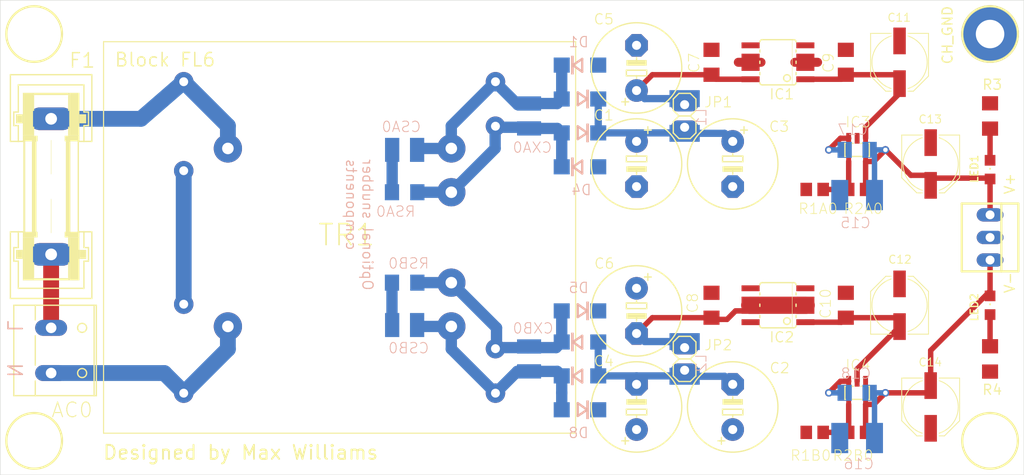
<source format=kicad_pcb>
(kicad_pcb (version 20221018) (generator pcbnew)
  (layers (0 "F.Cu" signal) (31 "B.Cu" signal) (34 "B.Paste" user) (35 "F.Paste" user) (36 "B.SilkS" user "B.Silkscreen") (37 "F.SilkS" user "F.Silkscreen") (38 "B.Mask" user) (39 "F.Mask" user) (44 "Edge.Cuts" user))
  (net 0 "")
  (net 1 "N$2")
  (net 2 "N$3")
  (net 3 "N$4")
  (net 4 "N$11")
  (net 5 "C14")
  (net 6 "N$10")
  (net 7 "N$12")
  (net 8 "N$28")
  (net 9 "N$13")
  (net 10 "N$14")
  (net 11 "N$15")
  (net 12 "N$20")
  (net 13 "N$21")
  (net 14 "N$1")
  (net 15 "N$9")
  (net 16 "N$16")
  (net 17 "N$7")
  (net 18 "N$17")
  (net 19 "AGND")
  (net 20 "N$18")
  (net 21 "N$19")
  (net 22 "N$6")
  (net 23 "N$8")
  (net 24 "N$5")
  (net 25 "N$22")
  (footprint "R0805" (layer "F.Cu") (at 187.24235 126.9061 180)
    (fp_text reference "R2B0" (at -1.905 -1.905) (layer "F.SilkS") (effects (font (size 1.176528 1.176528) (thickness 0.093472)) (justify right top)))
    (fp_text value "")
    (pad "1" smd rect (at -0.95 0 180) (size 1.3 1.5) (layers "F.Cu" "F.Paste" "F.Mask") (net 5 "C14"))
    (pad "2" smd rect (at 0.95 0 180) (size 1.3 1.5) (layers "F.Cu" "F.Paste" "F.Mask") (net 4 "N$11"))
  )
  (footprint "SOT23-5" (layer "F.Cu") (at 187.24235 122.4611 180)
    (fp_text reference "IC4" (at -1.5875 3.81) (layer "F.SilkS") (effects (font (size 1.176528 1.176528) (thickness 0.093472)) (justify right top)))
    (fp_text value "LT1964ES5-BYP" hide)
    (pad "1" smd rect (at -0.95 1.3 180) (size 0.55 1.2) (layers "F.Cu" "F.Paste" "F.Mask") (net 19 "AGND"))
    (pad "2" smd rect (at 0 1.3 180) (size 0.55 1.2) (layers "F.Cu" "F.Paste" "F.Mask") (net 16 "N$16"))
    (pad "3" smd rect (at 0.95 1.3 180) (size 0.55 1.2) (layers "F.Cu" "F.Paste" "F.Mask") (net 18 "N$17"))
    (pad "4" smd rect (at 0.95 -1.3 180) (size 0.55 1.2) (layers "F.Cu" "F.Paste" "F.Mask") (net 4 "N$11"))
    (pad "5" smd rect (at -0.95 -1.3 180) (size 0.55 1.2) (layers "F.Cu" "F.Paste" "F.Mask") (net 5 "C14"))
  )
  (footprint "C1206" (layer "F.Cu") (at 170.8911 112.6186 -90)
    (fp_text reference "C8" (at 0.9525 1.42875 90) (layer "F.SilkS") (effects (font (size 1.176528 1.176528) (thickness 0.093472)) (justify left bottom)))
    (fp_text value "")
    (pad "1" smd rect (at -1.4 0 270) (size 1.6 1.8) (layers "F.Cu" "F.Paste" "F.Mask") (net 19 "AGND"))
    (pad "2" smd rect (at 1.4 0 270) (size 1.6 1.8) (layers "F.Cu" "F.Paste" "F.Mask") (net 12 "N$20"))
  )
  (footprint "PANASONIC_D" (layer "F.Cu") (at 192.00485 85.3136 -90)
    (fp_text reference "C11" (at -4.4925 1.4325) (layer "F.SilkS") (effects (font (size 0.903834 0.903834) (thickness 0.112166)) (justify left bottom)))
    (fp_text value "")
    (pad "+" smd rect (at 2.4 0 270) (size 3 1.4) (layers "F.Cu" "F.Paste" "F.Mask") (net 15 "N$9"))
    (pad "-" smd rect (at -2.4 0 270) (size 3 1.4) (layers "F.Cu" "F.Paste" "F.Mask") (net 19 "AGND"))
  )
  (footprint "SOT23-5" (layer "F.Cu") (at 187.24235 95.1561 180)
    (fp_text reference "IC3" (at -1.5875 3.81) (layer "F.SilkS") (effects (font (size 1.176528 1.176528) (thickness 0.093472)) (justify right top)))
    (fp_text value "LT1761ES5-BYP" hide)
    (pad "1" smd rect (at -0.95 1.3 180) (size 0.55 1.2) (layers "F.Cu" "F.Paste" "F.Mask") (net 15 "N$9"))
    (pad "2" smd rect (at 0 1.3 180) (size 0.55 1.2) (layers "F.Cu" "F.Paste" "F.Mask") (net 19 "AGND"))
    (pad "3" smd rect (at 0.95 1.3 180) (size 0.55 1.2) (layers "F.Cu" "F.Paste" "F.Mask") (net 17 "N$7"))
    (pad "4" smd rect (at 0.95 -1.3 180) (size 0.55 1.2) (layers "F.Cu" "F.Paste" "F.Mask") (net 7 "N$12"))
    (pad "5" smd rect (at -0.95 -1.3 180) (size 0.55 1.2) (layers "F.Cu" "F.Paste" "F.Mask") (net 6 "N$10"))
  )
  (footprint "GSH15" (layer "F.Cu") (at 96.75485 99.2836 90)
    (fp_text reference "F1" (at 15.1257 5.0546) (layer "F.SilkS") (effects (font (size 1.61798 1.61798) (thickness 0.16002)) (justify right top)))
    (fp_text value "")
    (pad "" np_thru_hole circle (at 0 0 90) (size 2.794 2.794) (drill 2.794) (layers "*.Cu" "*.Mask"))
    (pad "1" thru_hole oval (at -7.62 0 180) (size 5.08 2.54) (drill 1.3208) (layers "*.Cu" "*.Mask") (net 3 "N$4"))
    (pad "2" thru_hole oval (at 7.62 0 180) (size 5.08 2.54) (drill 1.3208) (layers "*.Cu" "*.Mask") (net 1 "N$2"))
  )
  (footprint "CHIPLED_0805" (layer "F.Cu") (at 202.16485 112.6186)
    (fp_text reference "LED2" (at -1.27 1.905 90) (layer "F.SilkS") (effects (font (size 0.852424 0.852424) (thickness 0.163576)) (justify left bottom)))
    (fp_text value "")
    (pad "A" smd rect (at 0 1.05) (size 1.2 1.2) (layers "F.Cu" "F.Paste" "F.Mask") (net 22 "N$6"))
    (pad "C" smd rect (at 0 -1.05) (size 1.2 1.2) (layers "F.Cu" "F.Paste" "F.Mask") (net 5 "C14"))
  )
  (footprint "R0805" (layer "F.Cu") (at 182.47985 99.6011)
    (fp_text reference "R1A0" (at -1.905 2.8575) (layer "F.SilkS") (effects (font (size 1.176528 1.176528) (thickness 0.093472)) (justify left bottom)))
    (fp_text value "")
    (pad "1" smd rect (at -0.95 0) (size 1.3 1.5) (layers "F.Cu" "F.Paste" "F.Mask") (net 19 "AGND"))
    (pad "2" smd rect (at 0.95 0) (size 1.3 1.5) (layers "F.Cu" "F.Paste" "F.Mask") (net 7 "N$12"))
  )
  (footprint "PANASONIC_D" (layer "F.Cu") (at 192.00485 112.6186 90)
    (fp_text reference "C12" (at 5.6675 1.4325) (layer "F.SilkS") (effects (font (size 0.903834 0.903834) (thickness 0.112166)) (justify right top)))
    (fp_text value "")
    (pad "+" smd rect (at 2.4 0 90) (size 3 1.4) (layers "F.Cu" "F.Paste" "F.Mask") (net 19 "AGND"))
    (pad "-" smd rect (at -2.4 0 90) (size 3 1.4) (layers "F.Cu" "F.Paste" "F.Mask") (net 16 "N$16"))
  )
  (footprint "E5-10,5" (layer "F.Cu") (at 162.47735 124.0486 90)
    (fp_text reference "C4" (at 5.8293 -2.4765) (layer "F.SilkS") (effects (font (size 1.1557 1.1557) (thickness 0.1143)) (justify right top)))
    (fp_text value "")
    (pad "+" thru_hole circle (at -2.54 0 90) (size 2.54 2.54) (drill 1.016) (layers "*.Cu" "*.Mask") (net 19 "AGND"))
    (pad "-" thru_hole roundrect (at 2.54 0 90) (size 2.54 2.54) (drill 1.016) (layers "*.Cu" "*.Mask") (chamfer_ratio 0.2928932188) (chamfer top_left top_right bottom_left bottom_right) (net 21 "N$19"))
  )
  (footprint "FL6-NO-HOLES" (layer "F.Cu") (at 129.13985 104.9986)
    (fp_text reference "TR1" (at -2.5375 1.0975) (layer "F.SilkS") (effects (font (size 2.353056 2.353056) (thickness 0.186944)) (justify left bottom)))
    (fp_text value "FL6-NO-HOLES" hide)
    (fp_text user "Block FL6" (at -25.35 -19.09) (layer "F.SilkS") (effects (font (size 1.50876 1.50876) (thickness 0.16764)) (justify left bottom)))
    (pad "P$1" thru_hole circle (at -17.5 -17.5) (size 2.1844 2.1844) (drill 1) (layers "*.Cu" "*.Mask") (net 1 "N$2"))
    (pad "P$2" thru_hole circle (at -17.5 -7.5) (size 2.1844 2.1844) (drill 1) (layers "*.Cu" "*.Mask") (net 14 "N$1"))
    (pad "P$3" thru_hole circle (at -17.5 7.5) (size 2.1844 2.1844) (drill 1) (layers "*.Cu" "*.Mask") (net 14 "N$1"))
    (pad "P$4" thru_hole circle (at -17.5 17.5) (size 2.1844 2.1844) (drill 1) (layers "*.Cu" "*.Mask") (net 2 "N$3"))
    (pad "P$5" thru_hole circle (at 17.5 -17.5) (size 2.1844 2.1844) (drill 1) (layers "*.Cu" "*.Mask") (net 10 "N$14"))
    (pad "P$6" thru_hole circle (at 17.5 -12.5) (size 2.1844 2.1844) (drill 1) (layers "*.Cu" "*.Mask") (net 9 "N$13"))
    (pad "P$7" thru_hole circle (at 17.5 12.5) (size 2.1844 2.1844) (drill 1) (layers "*.Cu" "*.Mask") (net 13 "N$21"))
    (pad "P$8" thru_hole circle (at 17.5 17.5) (size 2.1844 2.1844) (drill 1) (layers "*.Cu" "*.Mask") (net 11 "N$15"))
  )
  (footprint "C1206" (layer "F.Cu") (at 185.97235 112.6186 -90)
    (fp_text reference "C10" (at 1.5875 1.5875 90) (layer "F.SilkS") (effects (font (size 1.176528 1.176528) (thickness 0.093472)) (justify left bottom)))
    (fp_text value "")
    (pad "1" smd rect (at -1.4 0 270) (size 1.6 1.8) (layers "F.Cu" "F.Paste" "F.Mask") (net 19 "AGND"))
    (pad "2" smd rect (at 1.4 0 270) (size 1.6 1.8) (layers "F.Cu" "F.Paste" "F.Mask") (net 16 "N$16"))
  )
  (footprint "E5-10,5" (layer "F.Cu") (at 173.27235 124.0486 90)
    (fp_text reference "C2" (at 3.6957 4.064) (layer "F.SilkS") (effects (font (size 1.1557 1.1557) (thickness 0.1143)) (justify left bottom)))
    (fp_text value "")
    (pad "+" thru_hole circle (at -2.54 0 90) (size 2.54 2.54) (drill 1.016) (layers "*.Cu" "*.Mask") (net 19 "AGND"))
    (pad "-" thru_hole roundrect (at 2.54 0 90) (size 2.54 2.54) (drill 1.016) (layers "*.Cu" "*.Mask") (chamfer_ratio 0.2928932188) (chamfer top_left top_right bottom_left bottom_right) (net 21 "N$19"))
  )
  (footprint "SOIC08" (layer "F.Cu") (at 178.35235 112.6186 90)
    (fp_text reference "IC2" (at -2.921 1.905 180) (layer "F.SilkS") (effects (font (size 1.143 1.143) (thickness 0.127)) (justify right top)))
    (fp_text value "79LSMD")
    (pad "1" smd rect (at -1.905 3.0734 90) (size 0.6604 2.032) (layers "F.Cu" "F.Paste" "F.Mask") (net 16 "N$16"))
    (pad "2" smd rect (at -0.635 3.0734 90) (size 0.6604 2.032) (layers "F.Cu" "F.Paste" "F.Mask") (net 12 "N$20"))
    (pad "3" smd rect (at 0.635 3.0734 90) (size 0.6604 2.032) (layers "F.Cu" "F.Paste" "F.Mask") (net 12 "N$20"))
    (pad "4" smd rect (at 1.905 3.0734 90) (size 0.6604 2.032) (layers "F.Cu" "F.Paste" "F.Mask"))
    (pad "5" smd rect (at 1.905 -3.0734 90) (size 0.6604 2.032) (layers "F.Cu" "F.Paste" "F.Mask") (net 19 "AGND"))
    (pad "6" smd rect (at 0.635 -3.0734 90) (size 0.6604 2.032) (layers "F.Cu" "F.Paste" "F.Mask") (net 12 "N$20"))
    (pad "7" smd rect (at -0.635 -3.0734 90) (size 0.6604 2.032) (layers "F.Cu" "F.Paste" "F.Mask") (net 12 "N$20"))
    (pad "8" smd rect (at -1.905 -3.0734 90) (size 0.6604 2.032) (layers "F.Cu" "F.Paste" "F.Mask"))
  )
  (footprint "CHIPLED_0805" (layer "F.Cu") (at 202.16485 97.3786)
    (fp_text reference "LED1" (at -1.27 1.5875 90) (layer "F.SilkS") (effects (font (size 0.852424 0.852424) (thickness 0.163576)) (justify left bottom)))
    (fp_text value "")
    (pad "A" smd rect (at 0 1.05) (size 1.2 1.2) (layers "F.Cu" "F.Paste" "F.Mask") (net 6 "N$10"))
    (pad "C" smd rect (at 0 -1.05) (size 1.2 1.2) (layers "F.Cu" "F.Paste" "F.Mask") (net 23 "N$8"))
  )
  (footprint "" (layer "F.Cu") (at 94.84985 82.1386)
    (fp_text reference "@HOLE0" hide)
    (fp_text value "" (at 0 0) (layer "F.SilkS") (effects (font (size 1.27 1.27))))
    (pad "" np_thru_hole circle (at 0 0) (size 3.2 3.2) (drill 3.2) (layers "*.Cu" "*.Mask"))
  )
  (footprint "R0805" (layer "F.Cu") (at 182.47985 126.9061 180)
    (fp_text reference "R1B0" (at -1.905 -1.905) (layer "F.SilkS") (effects (font (size 1.176528 1.176528) (thickness 0.093472)) (justify right top)))
    (fp_text value "")
    (pad "1" smd rect (at -0.95 0 180) (size 1.3 1.5) (layers "F.Cu" "F.Paste" "F.Mask") (net 4 "N$11"))
    (pad "2" smd rect (at 0.95 0 180) (size 1.3 1.5) (layers "F.Cu" "F.Paste" "F.Mask") (net 19 "AGND"))
  )
  (footprint "PANASONIC_D" (layer "F.Cu") (at 195.49735 96.7436 -90)
    (fp_text reference "C13" (at -4.4925 1.4325) (layer "F.SilkS") (effects (font (size 0.903834 0.903834) (thickness 0.112166)) (justify left bottom)))
    (fp_text value "")
    (pad "+" smd rect (at 2.4 0 270) (size 3 1.4) (layers "F.Cu" "F.Paste" "F.Mask") (net 6 "N$10"))
    (pad "-" smd rect (at -2.4 0 270) (size 3 1.4) (layers "F.Cu" "F.Paste" "F.Mask") (net 19 "AGND"))
  )
  (footprint "PANASONIC_D" (layer "F.Cu") (at 195.49735 124.0486 -90)
    (fp_text reference "C14" (at -4.4925 1.4325) (layer "F.SilkS") (effects (font (size 0.903834 0.903834) (thickness 0.112166)) (justify left bottom)))
    (fp_text value "")
    (pad "+" smd rect (at 2.4 0 270) (size 3 1.4) (layers "F.Cu" "F.Paste" "F.Mask") (net 19 "AGND"))
    (pad "-" smd rect (at -2.4 0 270) (size 3 1.4) (layers "F.Cu" "F.Paste" "F.Mask") (net 5 "C14"))
  )
  (footprint "E5-10,5" (layer "F.Cu") (at 162.47735 85.9486 90)
    (fp_text reference "C5" (at 6.1468 -2.4765) (layer "F.SilkS") (effects (font (size 1.1557 1.1557) (thickness 0.1143)) (justify right top)))
    (fp_text value "")
    (pad "+" thru_hole circle (at -2.54 0 90) (size 2.54 2.54) (drill 1.016) (layers "*.Cu" "*.Mask") (net 20 "N$18"))
    (pad "-" thru_hole roundrect (at 2.54 0 90) (size 2.54 2.54) (drill 1.016) (layers "*.Cu" "*.Mask") (chamfer_ratio 0.2928932188) (chamfer top_left top_right bottom_left bottom_right) (net 19 "AGND"))
  )
  (footprint "E5-10,5" (layer "F.Cu") (at 173.27235 96.7436 -90)
    (fp_text reference "C3" (at -4.8768 -6.4135) (layer "F.SilkS") (effects (font (size 1.1557 1.1557) (thickness 0.1143)) (justify right top)))
    (fp_text value "")
    (pad "+" thru_hole circle (at -2.54 0 270) (size 2.54 2.54) (drill 1.016) (layers "*.Cu" "*.Mask") (net 8 "N$28"))
    (pad "-" thru_hole roundrect (at 2.54 0 270) (size 2.54 2.54) (drill 1.016) (layers "*.Cu" "*.Mask") (chamfer_ratio 0.2928932188) (chamfer top_left top_right bottom_left bottom_right) (net 19 "AGND"))
  )
  (footprint "E5-10,5" (layer "F.Cu") (at 162.47735 96.7436 -90)
    (fp_text reference "C1" (at -6.1468 2.4765) (layer "F.SilkS") (effects (font (size 1.1557 1.1557) (thickness 0.1143)) (justify right top)))
    (fp_text value "")
    (pad "+" thru_hole circle (at -2.54 0 270) (size 2.54 2.54) (drill 1.016) (layers "*.Cu" "*.Mask") (net 8 "N$28"))
    (pad "-" thru_hole roundrect (at 2.54 0 270) (size 2.54 2.54) (drill 1.016) (layers "*.Cu" "*.Mask") (chamfer_ratio 0.2928932188) (chamfer top_left top_right bottom_left bottom_right) (net 19 "AGND"))
  )
  (footprint "SOIC08" (layer "F.Cu") (at 178.35235 85.3136 90)
    (fp_text reference "IC1" (at -2.921 1.905 180) (layer "F.SilkS") (effects (font (size 1.143 1.143) (thickness 0.127)) (justify right top)))
    (fp_text value "78LSMD")
    (pad "1" smd rect (at -1.905 3.0734 90) (size 0.6604 2.032) (layers "F.Cu" "F.Paste" "F.Mask") (net 15 "N$9"))
    (pad "2" smd rect (at -0.635 3.0734 90) (size 0.6604 2.032) (layers "F.Cu" "F.Paste" "F.Mask") (net 19 "AGND"))
    (pad "3" smd rect (at 0.635 3.0734 90) (size 0.6604 2.032) (layers "F.Cu" "F.Paste" "F.Mask") (net 19 "AGND"))
    (pad "4" smd rect (at 1.905 3.0734 90) (size 0.6604 2.032) (layers "F.Cu" "F.Paste" "F.Mask"))
    (pad "5" smd rect (at 1.905 -3.0734 90) (size 0.6604 2.032) (layers "F.Cu" "F.Paste" "F.Mask"))
    (pad "6" smd rect (at 0.635 -3.0734 90) (size 0.6604 2.032) (layers "F.Cu" "F.Paste" "F.Mask") (net 19 "AGND"))
    (pad "7" smd rect (at -0.635 -3.0734 90) (size 0.6604 2.032) (layers "F.Cu" "F.Paste" "F.Mask") (net 19 "AGND"))
    (pad "8" smd rect (at -1.905 -3.0734 90) (size 0.6604 2.032) (layers "F.Cu" "F.Paste" "F.Mask") (net 20 "N$18"))
  )
  (footprint "R0805" (layer "F.Cu") (at 187.24235 99.6011)
    (fp_text reference "R2A0" (at -1.5875 2.8575) (layer "F.SilkS") (effects (font (size 1.176528 1.176528) (thickness 0.093472)) (justify left bottom)))
    (fp_text value "")
    (pad "1" smd rect (at -0.95 0) (size 1.3 1.5) (layers "F.Cu" "F.Paste" "F.Mask") (net 7 "N$12"))
    (pad "2" smd rect (at 0.95 0) (size 1.3 1.5) (layers "F.Cu" "F.Paste" "F.Mask") (net 6 "N$10"))
  )
  (footprint "" (layer "F.Cu") (at 202.16485 127.8586)
    (fp_text reference "@HOLE2" hide)
    (fp_text value "" (at 0 0) (layer "F.SilkS") (effects (font (size 1.27 1.27))))
    (pad "" np_thru_hole circle (at 0 0) (size 3.2 3.2) (drill 3.2) (layers "*.Cu" "*.Mask"))
  )
  (footprint "R1206" (layer "F.Cu") (at 202.16485 118.6511 -90)
    (fp_text reference "R4" (at 4.1275 0.9525) (layer "F.SilkS") (effects (font (size 1.129792 1.129792) (thickness 0.140208)) (justify left bottom)))
    (fp_text value "")
    (pad "1" smd rect (at -1.422 0 270) (size 1.6 1.803) (layers "F.Cu" "F.Paste" "F.Mask") (net 22 "N$6"))
    (pad "2" smd rect (at 1.422 0 270) (size 1.6 1.803) (layers "F.Cu" "F.Paste" "F.Mask") (net 19 "AGND"))
  )
  (footprint "C1206" (layer "F.Cu") (at 170.8911 85.3136 90)
    (fp_text reference "C7" (at -1.27 -1.27 90) (layer "F.SilkS") (effects (font (size 1.1684 1.1684) (thickness 0.1016)) (justify left bottom)))
    (fp_text value "")
    (pad "1" smd rect (at -1.4 0 90) (size 1.6 1.8) (layers "F.Cu" "F.Paste" "F.Mask") (net 20 "N$18"))
    (pad "2" smd rect (at 1.4 0 90) (size 1.6 1.8) (layers "F.Cu" "F.Paste" "F.Mask") (net 19 "AGND"))
  )
  (footprint "1X02" (layer "F.Cu") (at 167.87485 91.3461 90)
    (fp_text reference "JP1" (at 0.8763 2.1463) (layer "F.SilkS") (effects (font (size 1.1557 1.1557) (thickness 0.1143)) (justify left bottom)))
    (fp_text value "")
    (pad "1" thru_hole oval (at -1.27 0 180) (size 3.048 1.524) (drill 1.016) (layers "*.Cu" "*.Mask") (net 8 "N$28"))
    (pad "2" thru_hole oval (at 1.27 0 180) (size 3.048 1.524) (drill 1.016) (layers "*.Cu" "*.Mask") (net 20 "N$18"))
  )
  (footprint "W237-132" (layer "F.Cu") (at 97.38985 117.6986 -90)
    (fp_text reference "AC0" (at 5.715 -4.1275) (layer "F.SilkS") (effects (font (size 1.6637 1.6637) (thickness 0.1143)) (justify right top)))
    (fp_text value "")
    (pad "1" thru_hole oval (at -2.54 0.635) (size 3.5814 1.7907) (drill 1.1938) (layers "*.Cu" "*.Mask") (net 3 "N$4"))
    (pad "2" thru_hole oval (at 2.54 0.635) (size 3.5814 1.7907) (drill 1.1938) (layers "*.Cu" "*.Mask") (net 2 "N$3"))
  )
  (footprint "E5-10,5" (layer "F.Cu") (at 162.47735 113.2536 -90)
    (fp_text reference "C6" (at -4.6482 4.826) (layer "F.SilkS") (effects (font (size 1.1557 1.1557) (thickness 0.1143)) (justify left bottom)))
    (fp_text value "")
    (pad "+" thru_hole circle (at -2.54 0 270) (size 2.54 2.54) (drill 1.016) (layers "*.Cu" "*.Mask") (net 19 "AGND"))
    (pad "-" thru_hole roundrect (at 2.54 0 270) (size 2.54 2.54) (drill 1.016) (layers "*.Cu" "*.Mask") (chamfer_ratio 0.2928932188) (chamfer top_left top_right bottom_left bottom_right) (net 12 "N$20"))
  )
  (footprint "C1206" (layer "F.Cu") (at 185.97235 85.3136 90)
    (fp_text reference "C9" (at -1.27 -1.27 90) (layer "F.SilkS") (effects (font (size 1.1684 1.1684) (thickness 0.1016)) (justify left bottom)))
    (fp_text value "")
    (pad "1" smd rect (at -1.4 0 90) (size 1.6 1.8) (layers "F.Cu" "F.Paste" "F.Mask") (net 15 "N$9"))
    (pad "2" smd rect (at 1.4 0 90) (size 1.6 1.8) (layers "F.Cu" "F.Paste" "F.Mask") (net 19 "AGND"))
  )
  (footprint "1X02" (layer "F.Cu") (at 167.87485 118.6511 -90)
    (fp_text reference "JP2" (at -0.8763 -2.1463) (layer "F.SilkS") (effects (font (size 1.1557 1.1557) (thickness 0.1143)) (justify left bottom)))
    (fp_text value "")
    (pad "1" thru_hole oval (at -1.27 0) (size 3.048 1.524) (drill 1.016) (layers "*.Cu" "*.Mask") (net 12 "N$20"))
    (pad "2" thru_hole oval (at 1.27 0) (size 3.048 1.524) (drill 1.016) (layers "*.Cu" "*.Mask") (net 21 "N$19"))
  )
  (footprint "" (layer "F.Cu") (at 94.84985 127.8586)
    (fp_text reference "@HOLE1" hide)
    (fp_text value "" (at 0 0) (layer "F.SilkS") (effects (font (size 1.27 1.27))))
    (pad "" np_thru_hole circle (at 0 0) (size 3.2 3.2) (drill 3.2) (layers "*.Cu" "*.Mask"))
  )
  (footprint "22-23-2031" (layer "F.Cu") (at 202.16485 104.9986 -90)
    (fp_text reference "X2" hide)
    (fp_text value "PWR Out")
    (pad "1" thru_hole oval (at -2.54 0) (size 3 1.5) (drill 1) (layers "*.Cu" "*.Mask") (net 6 "N$10"))
    (pad "2" thru_hole oval (at 0 0) (size 3 1.5) (drill 1) (layers "*.Cu" "*.Mask") (net 19 "AGND"))
    (pad "3" thru_hole oval (at 2.54 0) (size 3 1.5) (drill 1) (layers "*.Cu" "*.Mask") (net 5 "C14"))
  )
  (footprint "R1206" (layer "F.Cu") (at 202.16485 91.3461 -90)
    (fp_text reference "R3" (at -2.8575 0.9525) (layer "F.SilkS") (effects (font (size 1.129792 1.129792) (thickness 0.140208)) (justify left bottom)))
    (fp_text value "")
    (pad "1" smd rect (at -1.422 0 270) (size 1.6 1.803) (layers "F.Cu" "F.Paste" "F.Mask") (net 19 "AGND"))
    (pad "2" smd rect (at 1.422 0 270) (size 1.6 1.803) (layers "F.Cu" "F.Paste" "F.Mask") (net 23 "N$8"))
  )
  (footprint "C4532" (layer "B.Cu") (at 187.24235 127.5411)
    (fp_text reference "C16" (at -1.5875 2.2225) (layer "B.SilkS") (effects (font (size 1.176528 1.176528) (thickness 0.093472)) (justify right top mirror)))
    (fp_text value "")
    (pad "1" smd rect (at -1.95 0) (size 1.9 3.4) (layers "B.Cu" "B.Paste" "B.Mask") (net 19 "AGND"))
    (pad "2" smd rect (at 1.95 0) (size 1.9 3.4) (layers "B.Cu" "B.Paste" "B.Mask") (net 5 "C14"))
  )
  (footprint "DO214AC" (layer "B.Cu") (at 156.12735 93.2511 180)
    (fp_text reference "D2" hide)
    (fp_text value "")
    (pad "A" smd rect (at 2.05 0 180) (size 1.8 1.7) (layers "B.Cu" "B.Paste" "B.Mask") (net 9 "N$13"))
    (pad "C" smd rect (at -2.05 0 180) (size 1.8 1.7) (layers "B.Cu" "B.Paste" "B.Mask") (net 8 "N$28"))
  )
  (footprint "DO214AC" (layer "B.Cu") (at 156.12735 124.3661 180)
    (fp_text reference "D5" (at -1.0525 13.0335) (layer "B.SilkS") (effects (font (size 1.1557 1.1557) (thickness 0.1143)) (justify left bottom mirror)))
    (fp_text value "")
    (pad "A" smd rect (at 2.05 0 180) (size 1.8 1.7) (layers "B.Cu" "B.Paste" "B.Mask") (net 11 "N$15"))
    (pad "C" smd rect (at -2.05 0 180) (size 1.8 1.7) (layers "B.Cu" "B.Paste" "B.Mask") (net 19 "AGND"))
  )
  (footprint "C1210" (layer "B.Cu") (at 136.44235 114.8411)
    (fp_text reference "CSB0" (at -1.905 1.905) (layer "B.SilkS") (effects (font (size 1.176528 1.176528) (thickness 0.093472)) (justify right top mirror)))
    (fp_text value "")
    (pad "1" smd rect (at -1.4 0) (size 1.6 2.7) (layers "B.Cu" "B.Paste" "B.Mask") (net 25 "N$22"))
    (pad "2" smd rect (at 1.4 0) (size 1.6 2.7) (layers "B.Cu" "B.Paste" "B.Mask") (net 11 "N$15"))
  )
  (footprint "R1206" (layer "B.Cu") (at 136.44235 110.0786)
    (fp_text reference "RSB0" (at -1.905 -2.8575) (layer "B.SilkS") (effects (font (size 1.176528 1.176528) (thickness 0.093472)) (justify right top mirror)))
    (fp_text value "")
    (pad "1" smd rect (at -1.422 0) (size 1.6 1.803) (layers "B.Cu" "B.Paste" "B.Mask") (net 25 "N$22"))
    (pad "2" smd rect (at 1.422 0) (size 1.6 1.803) (layers "B.Cu" "B.Paste" "B.Mask") (net 13 "N$21"))
  )
  (footprint "1812" (layer "B.Cu") (at 167.87485 118.6511 90)
    (fp_text reference "L2" (at 0.635 2.54 90) (layer "B.SilkS") (effects (font (size 1.176528 1.176528) (thickness 0.093472)) (justify left bottom mirror)))
    (fp_text value "1812" hide)
    (pad "1" smd rect (at -1.95 0 90) (size 1.9 3.4) (layers "B.Cu" "B.Paste" "B.Mask") (net 21 "N$19"))
    (pad "2" smd rect (at 1.95 0 90) (size 1.9 3.4) (layers "B.Cu" "B.Paste" "B.Mask") (net 12 "N$20"))
  )
  (footprint "C1210" (layer "B.Cu") (at 150.41235 118.6511 -90)
    (fp_text reference "CXB0" (at -4.1275 1.905 -180) (layer "B.SilkS") (effects (font (size 1.176528 1.176528) (thickness 0.093472)) (justify right top mirror)))
    (fp_text value "")
    (pad "1" smd rect (at -1.4 0 270) (size 1.6 2.7) (layers "B.Cu" "B.Paste" "B.Mask") (net 13 "N$21"))
    (pad "2" smd rect (at 1.4 0 270) (size 1.6 2.7) (layers "B.Cu" "B.Paste" "B.Mask") (net 11 "N$15"))
  )
  (footprint "R1206" (layer "B.Cu") (at 136.44235 99.9186 180)
    (fp_text reference "RSA0" (at -1.27 -2.8575) (layer "B.SilkS") (effects (font (size 1.176528 1.176528) (thickness 0.093472)) (justify left bottom mirror)))
    (fp_text value "")
    (pad "1" smd rect (at -1.422 0 180) (size 1.6 1.803) (layers "B.Cu" "B.Paste" "B.Mask") (net 9 "N$13"))
    (pad "2" smd rect (at 1.422 0 180) (size 1.6 1.803) (layers "B.Cu" "B.Paste" "B.Mask") (net 24 "N$5"))
  )
  (footprint "DO214AC" (layer "B.Cu") (at 156.12735 89.4411 180)
    (fp_text reference "D1" (at -1.0525 5.731) (layer "B.SilkS") (effects (font (size 1.1557 1.1557) (thickness 0.1143)) (justify left bottom mirror)))
    (fp_text value "")
    (pad "A" smd rect (at 2.05 0 180) (size 1.8 1.7) (layers "B.Cu" "B.Paste" "B.Mask") (net 10 "N$14"))
    (pad "C" smd rect (at -2.05 0 180) (size 1.8 1.7) (layers "B.Cu" "B.Paste" "B.Mask") (net 8 "N$28"))
  )
  (footprint "DO214AC" (layer "B.Cu") (at 156.12735 97.0611)
    (fp_text reference "D4" (at -1.0525 1.921) (layer "B.SilkS") (effects (font (size 1.1557 1.1557) (thickness 0.1143)) (justify right top mirror)))
    (fp_text value "")
    (pad "A" smd rect (at 2.05 0) (size 1.8 1.7) (layers "B.Cu" "B.Paste" "B.Mask") (net 19 "AGND"))
    (pad "C" smd rect (at -2.05 0) (size 1.8 1.7) (layers "B.Cu" "B.Paste" "B.Mask") (net 9 "N$13"))
  )
  (footprint "1812" (layer "B.Cu") (at 167.87485 91.3461 90)
    (fp_text reference "L1" (at 0.9525 2.54 90) (layer "B.SilkS") (effects (font (size 1.176528 1.176528) (thickness 0.093472)) (justify left bottom mirror)))
    (fp_text value "1812" hide)
    (pad "1" smd rect (at -1.95 0 90) (size 1.9 3.4) (layers "B.Cu" "B.Paste" "B.Mask") (net 8 "N$28"))
    (pad "2" smd rect (at 1.95 0 90) (size 1.9 3.4) (layers "B.Cu" "B.Paste" "B.Mask") (net 20 "N$18"))
  )
  (footprint "C4532" (layer "B.Cu") (at 187.24235 100.2361 180)
    (fp_text reference "C15" (at -1.5875 -3.81) (layer "B.SilkS") (effects (font (size 1.176528 1.176528) (thickness 0.093472)) (justify left bottom mirror)))
    (fp_text value "")
    (pad "1" smd rect (at -1.95 0 180) (size 1.9 3.4) (layers "B.Cu" "B.Paste" "B.Mask") (net 6 "N$10"))
    (pad "2" smd rect (at 1.95 0 180) (size 1.9 3.4) (layers "B.Cu" "B.Paste" "B.Mask") (net 19 "AGND"))
  )
  (footprint "C1206" (layer "B.Cu") (at 187.24235 95.1561 180)
    (fp_text reference "C17" (at -1.27 1.5875) (layer "B.SilkS") (effects (font (size 1.176528 1.176528) (thickness 0.093472)) (justify left bottom mirror)))
    (fp_text value "")
    (pad "1" smd rect (at -1.4 0 180) (size 1.6 1.8) (layers "B.Cu" "B.Paste" "B.Mask") (net 6 "N$10"))
    (pad "2" smd rect (at 1.4 0 180) (size 1.6 1.8) (layers "B.Cu" "B.Paste" "B.Mask") (net 17 "N$7"))
  )
  (footprint "C1206" (layer "B.Cu") (at 187.24235 122.4611)
    (fp_text reference "C18" (at -1.905 -2.8575) (layer "B.SilkS") (effects (font (size 1.176528 1.176528) (thickness 0.093472)) (justify right top mirror)))
    (fp_text value "")
    (pad "1" smd rect (at -1.4 0) (size 1.6 1.8) (layers "B.Cu" "B.Paste" "B.Mask") (net 18 "N$17"))
    (pad "2" smd rect (at 1.4 0) (size 1.6 1.8) (layers "B.Cu" "B.Paste" "B.Mask") (net 5 "C14"))
  )
  (footprint "DO214AC" (layer "B.Cu") (at 156.12735 113.2536 180)
    (fp_text reference "D6" hide)
    (fp_text value "")
    (pad "A" smd rect (at 2.05 0 180) (size 1.8 1.7) (layers "B.Cu" "B.Paste" "B.Mask") (net 13 "N$21"))
    (pad "C" smd rect (at -2.05 0 180) (size 1.8 1.7) (layers "B.Cu" "B.Paste" "B.Mask") (net 19 "AGND"))
  )
  (footprint "C1210" (layer "B.Cu") (at 136.44235 95.1561 180)
    (fp_text reference "CSA0" (at -1.905 1.905) (layer "B.SilkS") (effects (font (size 1.176528 1.176528) (thickness 0.093472)) (justify left bottom mirror)))
    (fp_text value "")
    (pad "1" smd rect (at -1.4 0 180) (size 1.6 2.7) (layers "B.Cu" "B.Paste" "B.Mask") (net 10 "N$14"))
    (pad "2" smd rect (at 1.4 0 180) (size 1.6 2.7) (layers "B.Cu" "B.Paste" "B.Mask") (net 24 "N$5"))
  )
  (footprint "DO214AC" (layer "B.Cu") (at 156.12735 85.6311)
    (fp_text reference "D3" hide)
    (fp_text value "")
    (pad "A" smd rect (at 2.05 0) (size 1.8 1.7) (layers "B.Cu" "B.Paste" "B.Mask") (net 19 "AGND"))
    (pad "C" smd rect (at -2.05 0) (size 1.8 1.7) (layers "B.Cu" "B.Paste" "B.Mask") (net 10 "N$14"))
  )
  (footprint "DO214AC" (layer "B.Cu") (at 156.12735 120.5561)
    (fp_text reference "D7" hide)
    (fp_text value "")
    (pad "A" smd rect (at 2.05 0) (size 1.8 1.7) (layers "B.Cu" "B.Paste" "B.Mask") (net 21 "N$19"))
    (pad "C" smd rect (at -2.05 0) (size 1.8 1.7) (layers "B.Cu" "B.Paste" "B.Mask") (net 11 "N$15"))
  )
  (footprint "DO214AC" (layer "B.Cu") (at 156.12735 116.7461)
    (fp_text reference "D8" (at -1.37 9.541) (layer "B.SilkS") (effects (font (size 1.1557 1.1557) (thickness 0.1143)) (justify right top mirror)))
    (fp_text value "")
    (pad "A" smd rect (at 2.05 0) (size 1.8 1.7) (layers "B.Cu" "B.Paste" "B.Mask") (net 21 "N$19"))
    (pad "C" smd rect (at -2.05 0) (size 1.8 1.7) (layers "B.Cu" "B.Paste" "B.Mask") (net 13 "N$21"))
  )
  (footprint "C1210" (layer "B.Cu") (at 150.41235 91.3461 -90)
    (fp_text reference "CXA0" (at 2.8575 1.905 -180) (layer "B.SilkS") (effects (font (size 1.176528 1.176528) (thickness 0.093472)) (justify right top mirror)))
    (fp_text value "")
    (pad "1" smd rect (at -1.4 0 270) (size 1.6 2.7) (layers "B.Cu" "B.Paste" "B.Mask") (net 10 "N$14"))
    (pad "2" smd rect (at 1.4 0 270) (size 1.6 2.7) (layers "B.Cu" "B.Paste" "B.Mask") (net 9 "N$13"))
  )
  (gr_circle (center 202.16485 82.1386) (end 205.291859 82.1386) (stroke (width 0.254)) (fill none) (layer "F.SilkS"))
  (gr_circle (center 94.84985 127.8586) (end 97.976859 127.8586) (stroke (width 0.254)) (fill none) (layer "F.SilkS"))
  (gr_circle (center 202.16485 127.8586) (end 205.291859 127.8586) (stroke (width 0.254)) (fill none) (layer "F.SilkS"))
  (gr_circle (center 94.84985 82.1386) (end 97.976859 82.1386) (stroke (width 0.254)) (fill none) (layer "F.SilkS"))
  (gr_line (start 91.03985 131.6686) (end 205.96235 131.6686) (stroke (width 0.05)) (layer "Edge.Cuts"))
  (gr_line (start 205.96235 78.3386) (end 91.03985 78.3386) (stroke (width 0.05)) (layer "Edge.Cuts"))
  (gr_line (start 91.03985 78.3386) (end 91.03985 131.6686) (stroke (width 0.05)) (layer "Edge.Cuts"))
  (gr_line (start 205.96235 131.6686) (end 205.96235 78.3386) (stroke (width 0.05)) (layer "Edge.Cuts"))
  (gr_text "N" (at 93.57985 118.9686 -90) (layer "B.SilkS") (effects (font (size 1.6002 1.6002) (thickness 0.1778)) (justify right top mirror)))
  (gr_text "Optional snubber\ncomponents" (at 132.94985 96.1086 -90) (layer "B.SilkS") (effects (font (size 1.143 1.143) (thickness 0.127)) (justify right top mirror)))
  (gr_text "L" (at 93.57985 114.2061 -90) (layer "B.SilkS") (effects (font (size 1.6002 1.6002) (thickness 0.1778)) (justify right top mirror)))
  (gr_text "Designed by Max Williams" (at 102.46985 130.0811) (layer "F.SilkS") (effects (font (size 1.56464 1.56464) (thickness 0.21336)) (justify left bottom)))
  (gr_text "V+" (at 205.02235 100.2361 90) (layer "F.SilkS") (effects (font (size 1.1176 1.1176) (thickness 0.1524)) (justify left bottom)))
  (gr_text "V-" (at 205.02235 111.3486 90) (layer "F.SilkS") (effects (font (size 1.1176 1.1176) (thickness 0.1524)) (justify left bottom)))
  (gr_text "CH_GND" (at 198.03735 85.6311 90) (layer "F.SilkS") (effects (font (size 1.1176 1.1176) (thickness 0.1524)) (justify left bottom)))
  (via (at 116.5986 94.99735) (size 3.175) (drill 1.3) (layers "F.Cu" "B.Cu") (net 1))
  (segment (start 111.67735 87.5361) (end 111.63985 87.4986) (width 0.6096) (layer "B.Cu") (net 1))
  (segment (start 111.63985 87.4986) (end 106.83985 91.6636) (width 1.778) (layer "B.Cu") (net 1))
  (segment (start 116.5986 92.45735) (end 111.67735 87.5361) (width 1.778) (layer "B.Cu") (net 1))
  (segment (start 106.83985 91.6636) (end 96.75485 91.6636) (width 1.778) (layer "B.Cu") (net 1))
  (segment (start 116.5986 94.99735) (end 116.5986 92.45735) (width 1.778) (layer "B.Cu") (net 1))
  (via (at 116.5986 114.99985) (size 3.175) (drill 1.3) (layers "F.Cu" "B.Cu") (net 2))
  (segment (start 111.67735 122.4611) (end 109.45485 120.2386) (width 1.778) (layer "B.Cu") (net 2))
  (segment (start 109.45485 120.2386) (end 96.75485 120.2386) (width 1.778) (layer "B.Cu") (net 2))
  (segment (start 116.5986 117.53985) (end 116.5986 114.99985) (width 1.778) (layer "B.Cu") (net 2))
  (segment (start 111.67735 122.4611) (end 116.5986 117.53985) (width 1.778) (layer "B.Cu") (net 2))
  (segment (start 111.63985 122.4986) (end 111.67735 122.4611) (width 0.6096) (layer "B.Cu") (net 2))
  (segment (start 96.75485 115.1586) (end 96.75485 106.9036) (width 1.778) (layer "F.Cu") (net 3))
  (segment (start 186.29235 126.9061) (end 186.29235 123.7611) (width 0.6096) (layer "F.Cu") (net 4))
  (segment (start 186.29235 126.9061) (end 183.42985 126.9061) (width 0.6096) (layer "F.Cu") (net 4))
  (segment (start 188.19235 126.9061) (end 188.19235 123.7611) (width 0.6096) (layer "F.Cu") (net 5))
  (segment (start 202.16485 111.0311) (end 202.16485 111.5686) (width 0.6096) (layer "F.Cu") (net 5))
  (segment (start 195.49735 122.4611) (end 190.41735 122.4611) (width 0.6096) (layer "F.Cu") (net 5))
  (segment (start 195.49735 121.6486) (end 195.49735 117.6986) (width 0.6096) (layer "F.Cu") (net 5))
  (segment (start 188.19235 123.7611) (end 189.11735 123.7611) (width 0.6096) (layer "F.Cu") (net 5))
  (segment (start 202.16485 107.5386) (end 202.16485 111.0311) (width 0.6096) (layer "F.Cu") (net 5))
  (segment (start 195.49735 122.4611) (end 195.49735 121.6486) (width 0.6096) (layer "F.Cu") (net 5))
  (segment (start 195.49735 117.6986) (end 202.16485 111.0311) (width 0.6096) (layer "F.Cu") (net 5))
  (segment (start 189.11735 123.7611) (end 190.41735 122.4611) (width 0.6096) (layer "F.Cu") (net 5))
  (via (at 190.41735 122.4611) (size 0.8556) (drill 0.5) (layers "F.Cu" "B.Cu") (net 5))
  (segment (start 188.64235 122.4611) (end 189.14735 122.4611) (width 0.6096) (layer "B.Cu") (net 5))
  (segment (start 189.14735 122.4611) (end 190.41735 122.4611) (width 0.6096) (layer "B.Cu") (net 5))
  (segment (start 189.19235 127.5411) (end 189.19235 122.5061) (width 0.6096) (layer "B.Cu") (net 5))
  (segment (start 189.19235 122.5061) (end 189.14735 122.4611) (width 0.6096) (layer "B.Cu") (net 5))
  (segment (start 195.49735 99.9186) (end 195.49735 99.1436) (width 0.6096) (layer "F.Cu") (net 6))
  (segment (start 188.19235 99.6011) (end 188.19235 96.4561) (width 0.6096) (layer "F.Cu") (net 6))
  (segment (start 189.11735 96.4561) (end 190.41735 95.1561) (width 0.6096) (layer "F.Cu") (net 6))
  (segment (start 188.19235 96.4561) (end 189.11735 96.4561) (width 0.6096) (layer "F.Cu") (net 6))
  (segment (start 202.06735 98.3311) (end 202.16485 98.4286) (width 0.6096) (layer "F.Cu") (net 6))
  (segment (start 195.49735 98.3311) (end 195.49735 98.0136) (width 0.6096) (layer "F.Cu") (net 6))
  (segment (start 195.49735 98.0136) (end 193.27485 98.0136) (width 0.6096) (layer "F.Cu") (net 6))
  (segment (start 202.06735 98.3311) (end 195.49735 98.3311) (width 0.6096) (layer "F.Cu") (net 6))
  (segment (start 202.16485 102.4586) (end 202.16485 98.4286) (width 0.6096) (layer "F.Cu") (net 6))
  (segment (start 195.49735 99.1436) (end 195.49735 98.3311) (width 0.6096) (layer "F.Cu") (net 6))
  (segment (start 193.27485 98.0136) (end 190.41735 95.1561) (width 0.6096) (layer "F.Cu") (net 6))
  (via (at 190.41735 95.1561) (size 0.8556) (drill 0.5) (layers "F.Cu" "B.Cu") (net 6))
  (segment (start 189.19235 95.2011) (end 189.14735 95.1561) (width 0.6096) (layer "B.Cu") (net 6))
  (segment (start 189.19235 100.2361) (end 189.19235 95.2011) (width 0.6096) (layer "B.Cu") (net 6))
  (segment (start 189.14735 95.1561) (end 190.41735 95.1561) (width 0.6096) (layer "B.Cu") (net 6))
  (segment (start 188.64235 95.1561) (end 189.14735 95.1561) (width 0.6096) (layer "B.Cu") (net 6))
  (segment (start 186.29235 99.6011) (end 186.29235 96.4561) (width 0.6096) (layer "F.Cu") (net 7))
  (segment (start 186.29235 99.6011) (end 183.42985 99.6011) (width 0.6096) (layer "F.Cu") (net 7))
  (segment (start 158.17735 89.4411) (end 158.17735 93.2511) (width 0.8128) (layer "B.Cu") (net 8))
  (segment (start 158.17735 93.2511) (end 162.47735 93.2511) (width 0.8128) (layer "B.Cu") (net 8))
  (segment (start 167.82985 93.2511) (end 167.87485 93.2961) (width 0.8128) (layer "B.Cu") (net 8))
  (segment (start 162.47735 94.2036) (end 162.47735 93.2511) (width 0.8128) (layer "B.Cu") (net 8))
  (segment (start 167.87485 93.2961) (end 172.36485 93.2961) (width 0.8128) (layer "B.Cu") (net 8))
  (segment (start 162.47735 93.2511) (end 167.82985 93.2511) (width 0.8128) (layer "B.Cu") (net 8))
  (segment (start 172.36485 93.2961) (end 173.27235 94.2036) (width 0.8128) (layer "B.Cu") (net 8))
  (via (at 141.6811 99.9186) (size 3.175) (drill 1.3) (layers "F.Cu" "B.Cu") (net 9))
  (segment (start 154.07735 93.2511) (end 154.07735 97.0611) (width 1.27) (layer "B.Cu") (net 9))
  (segment (start 150.41235 92.7461) (end 150.41235 92.6161) (width 1.27) (layer "B.Cu") (net 9))
  (segment (start 150.41235 92.6161) (end 146.75735 92.6161) (width 1.27) (layer "B.Cu") (net 9))
  (segment (start 146.88735 92.7461) (end 146.63985 92.4986) (width 1.27) (layer "B.Cu") (net 9))
  (segment (start 153.57235 92.7461) (end 154.07735 93.2511) (width 1.27) (layer "B.Cu") (net 9))
  (segment (start 146.60235 94.99735) (end 141.6811 99.9186) (width 1.27) (layer "B.Cu") (net 9))
  (segment (start 146.75735 92.6161) (end 146.63985 92.4986) (width 1.27) (layer "B.Cu") (net 9))
  (segment (start 146.60235 92.5361) (end 146.63985 92.4986) (width 1.27) (layer "B.Cu") (net 9))
  (segment (start 150.41235 92.7461) (end 153.57235 92.7461) (width 1.27) (layer "B.Cu") (net 9))
  (segment (start 146.60235 92.5361) (end 146.60235 94.99735) (width 1.27) (layer "B.Cu") (net 9))
  (segment (start 141.6811 99.9186) (end 137.86435 99.9186) (width 1.27) (layer "B.Cu") (net 9))
  (via (at 141.6811 94.99735) (size 3.175) (drill 1.3) (layers "F.Cu" "B.Cu") (net 10))
  (segment (start 146.60235 87.5361) (end 141.6811 92.45735) (width 1.27) (layer "B.Cu") (net 10))
  (segment (start 141.6811 92.45735) (end 141.6811 94.99735) (width 1.27) (layer "B.Cu") (net 10))
  (segment (start 149.14235 90.0761) (end 150.28235 90.0761) (width 1.27) (layer "B.Cu") (net 10))
  (segment (start 150.28235 90.0761) (end 150.41235 89.9461) (width 1.27) (layer "B.Cu") (net 10))
  (segment (start 146.63985 87.4986) (end 146.60235 87.5361) (width 0.6096) (layer "B.Cu") (net 10))
  (segment (start 146.63985 87.5736) (end 149.14235 90.0761) (width 1.27) (layer "B.Cu") (net 10))
  (segment (start 153.57235 89.9461) (end 154.07735 89.4411) (width 1.27) (layer "B.Cu") (net 10))
  (segment (start 146.63985 87.4986) (end 146.63985 87.5736) (width 1.27) (layer "B.Cu") (net 10))
  (segment (start 154.07735 85.6311) (end 154.07735 89.4411) (width 1.27) (layer "B.Cu") (net 10))
  (segment (start 150.41235 89.9461) (end 153.57235 89.9461) (width 1.27) (layer "B.Cu") (net 10))
  (segment (start 141.6811 94.99735) (end 138.0011 94.99735) (width 1.27) (layer "B.Cu") (net 10))
  (segment (start 138.0011 94.99735) (end 137.84235 95.1561) (width 1.27) (layer "B.Cu") (net 10))
  (via (at 141.6811 114.99985) (size 3.175) (drill 1.3) (layers "F.Cu" "B.Cu") (net 11))
  (segment (start 141.6811 114.99985) (end 141.6811 117.53985) (width 1.27) (layer "B.Cu") (net 11))
  (segment (start 149.08735 120.0511) (end 146.63985 122.4986) (width 1.27) (layer "B.Cu") (net 11))
  (segment (start 154.03985 122.4986) (end 154.07735 122.4611) (width 0.8128) (layer "B.Cu") (net 11))
  (segment (start 150.41235 120.0511) (end 149.08735 120.0511) (width 1.27) (layer "B.Cu") (net 11))
  (segment (start 141.6811 117.53985) (end 146.63985 122.4986) (width 1.27) (layer "B.Cu") (net 11))
  (segment (start 154.07735 124.3661) (end 154.07735 122.4611) (width 1.27) (layer "B.Cu") (net 11))
  (segment (start 138.0011 114.99985) (end 137.84235 114.8411) (width 1.27) (layer "B.Cu") (net 11))
  (segment (start 150.41235 120.0511) (end 153.57235 120.0511) (width 1.27) (layer "B.Cu") (net 11))
  (segment (start 154.07735 122.4611) (end 154.07735 120.5561) (width 1.27) (layer "B.Cu") (net 11))
  (segment (start 141.6811 114.99985) (end 138.0011 114.99985) (width 1.27) (layer "B.Cu") (net 11))
  (segment (start 153.57235 120.0511) (end 154.07735 120.5561) (width 1.27) (layer "B.Cu") (net 11))
  (segment (start 181.42575 112.7202) (end 181.52735 112.6186) (width 0.6096) (layer "F.Cu") (net 12))
  (segment (start 175.27895 113.2536) (end 175.27895 111.9836) (width 0.6096) (layer "F.Cu") (net 12))
  (segment (start 181.42575 111.9836) (end 181.42575 112.517) (width 0.6096) (layer "F.Cu") (net 12))
  (segment (start 181.42575 112.517) (end 181.52735 112.6186) (width 0.6096) (layer "F.Cu") (net 12))
  (segment (start 164.25235 114.0186) (end 162.47735 115.7936) (width 0.6096) (layer "F.Cu") (net 12))
  (segment (start 172.63735 114.2061) (end 171.0786 114.2061) (width 0.6096) (layer "F.Cu") (net 12))
  (segment (start 170.8911 114.0186) (end 164.25235 114.0186) (width 0.6096) (layer "F.Cu") (net 12))
  (segment (start 175.27895 113.2536) (end 173.58985 113.2536) (width 0.6096) (layer "F.Cu") (net 12))
  (segment (start 173.58985 113.2536) (end 172.63735 114.2061) (width 0.6096) (layer "F.Cu") (net 12))
  (segment (start 175.27895 112.517) (end 175.17735 112.6186) (width 0.6096) (layer "F.Cu") (net 12))
  (segment (start 171.0786 114.2061) (end 170.8911 114.0186) (width 0.6096) (layer "F.Cu") (net 12))
  (segment (start 175.17735 112.6186) (end 181.52735 112.6186) (width 1.9304) (layer "F.Cu") (net 12))
  (segment (start 181.42575 113.2536) (end 181.42575 112.7202) (width 0.6096) (layer "F.Cu") (net 12))
  (segment (start 175.27895 111.9836) (end 175.27895 112.517) (width 0.6096) (layer "F.Cu") (net 12))
  (segment (start 167.87485 116.7011) (end 163.38485 116.7011) (width 0.8128) (layer "B.Cu") (net 12))
  (segment (start 163.38485 116.7011) (end 162.47735 115.7936) (width 0.8128) (layer "B.Cu") (net 12))
  (via (at 141.6811 110.0786) (size 3.175) (drill 1.3) (layers "F.Cu" "B.Cu") (net 13))
  (segment (start 146.75735 117.3811) (end 146.75735 115.15485) (width 1.27) (layer "B.Cu") (net 13))
  (segment (start 150.54235 117.3811) (end 153.44235 117.3811) (width 1.27) (layer "B.Cu") (net 13))
  (segment (start 153.44235 117.3811) (end 154.07735 116.7461) (width 1.27) (layer "B.Cu") (net 13))
  (segment (start 146.75735 117.3811) (end 150.28235 117.3811) (width 1.27) (layer "B.Cu") (net 13))
  (segment (start 146.75735 117.3811) (end 146.63985 117.4986) (width 1.27) (layer "B.Cu") (net 13))
  (segment (start 150.28235 117.3811) (end 150.41235 117.2511) (width 1.27) (layer "B.Cu") (net 13))
  (segment (start 141.6811 110.0786) (end 137.86435 110.0786) (width 1.27) (layer "B.Cu") (net 13))
  (segment (start 146.75735 115.15485) (end 141.6811 110.0786) (width 1.27) (layer "B.Cu") (net 13))
  (segment (start 154.07735 113.2536) (end 154.07735 116.7461) (width 1.27) (layer "B.Cu") (net 13))
  (segment (start 146.60235 117.53985) (end 146.60235 117.5361) (width 0.6096) (layer "B.Cu") (net 13))
  (segment (start 146.60235 117.5361) (end 146.63985 117.4986) (width 0.6096) (layer "B.Cu") (net 13))
  (segment (start 150.54235 117.3811) (end 150.41235 117.2511) (width 1.27) (layer "B.Cu") (net 13))
  (segment (start 111.63985 112.4986) (end 111.63985 97.4986) (width 1.778) (layer "B.Cu") (net 14))
  (segment (start 188.19235 92.6186) (end 192.00485 88.8061) (width 0.6096) (layer "F.Cu") (net 15))
  (segment (start 185.46735 87.2186) (end 185.97235 86.7136) (width 0.6096) (layer "F.Cu") (net 15))
  (segment (start 181.42575 87.2186) (end 185.46735 87.2186) (width 0.6096) (layer "F.Cu") (net 15))
  (segment (start 191.68735 86.9011) (end 192.00485 87.7136) (width 0.6096) (layer "F.Cu") (net 15))
  (segment (start 188.19235 93.8561) (end 188.19235 92.6186) (width 0.6096) (layer "F.Cu") (net 15))
  (segment (start 191.49985 86.7136) (end 191.68735 86.9011) (width 0.6096) (layer "F.Cu") (net 15))
  (segment (start 185.97235 86.7136) (end 191.49985 86.7136) (width 0.6096) (layer "F.Cu") (net 15))
  (segment (start 192.00485 88.8061) (end 192.00485 87.7136) (width 0.6096) (layer "F.Cu") (net 15))
  (segment (start 185.97235 114.0186) (end 191.55735 114.0186) (width 0.6096) (layer "F.Cu") (net 16))
  (segment (start 187.24235 121.1611) (end 187.24235 119.7811) (width 0.6096) (layer "F.Cu") (net 16))
  (segment (start 191.55735 114.0186) (end 191.68735 113.8886) (width 0.6096) (layer "F.Cu") (net 16))
  (segment (start 191.68735 113.8886) (end 192.00485 115.0186) (width 0.6096) (layer "F.Cu") (net 16))
  (segment (start 187.24235 119.7811) (end 192.00485 115.0186) (width 0.6096) (layer "F.Cu") (net 16))
  (segment (start 185.46735 114.5236) (end 185.97235 114.0186) (width 0.6096) (layer "F.Cu") (net 16))
  (segment (start 181.42575 114.5236) (end 185.46735 114.5236) (width 0.6096) (layer "F.Cu") (net 16))
  (segment (start 186.29235 93.8561) (end 185.36735 93.8561) (width 0.6096) (layer "F.Cu") (net 17))
  (segment (start 185.36735 93.8561) (end 184.06735 95.1561) (width 0.6096) (layer "F.Cu") (net 17))
  (via (at 184.06735 95.1561) (size 0.8556) (drill 0.5) (layers "F.Cu" "B.Cu") (net 17))
  (segment (start 185.84235 95.1561) (end 184.06735 95.1561) (width 0.6096) (layer "B.Cu") (net 17))
  (segment (start 185.36735 121.1611) (end 184.06735 122.4611) (width 0.6096) (layer "F.Cu") (net 18))
  (segment (start 186.29235 121.1611) (end 185.36735 121.1611) (width 0.6096) (layer "F.Cu") (net 18))
  (via (at 184.06735 122.4611) (size 0.8556) (drill 0.5) (layers "F.Cu" "B.Cu") (net 18))
  (segment (start 185.84235 122.4611) (end 184.06735 122.4611) (width 0.6096) (layer "B.Cu") (net 18))
  (segment (start 180.25735 85.3136) (end 182.79735 85.3136) (width 1.016) (layer "F.Cu") (net 19))
  (segment (start 176.44735 85.3136) (end 173.90735 85.3136) (width 1.016) (layer "F.Cu") (net 19))
  (via (at 202.16485 82.1386) (size 6.4516) (drill 3.2) (layers "F.Cu" "B.Cu") (net 19))
  (segment (start 170.8911 86.7136) (end 164.25235 86.7136) (width 0.6096) (layer "F.Cu") (net 20))
  (segment (start 175.27895 87.2186) (end 171.3961 87.2186) (width 0.6096) (layer "F.Cu") (net 20))
  (segment (start 171.3961 87.2186) (end 170.8911 86.7136) (width 0.6096) (layer "F.Cu") (net 20))
  (segment (start 164.25235 86.7136) (end 162.47735 88.4886) (width 0.6096) (layer "F.Cu") (net 20))
  (segment (start 163.38485 89.3961) (end 162.47735 88.4886) (width 0.8128) (layer "B.Cu") (net 20))
  (segment (start 167.87485 89.3961) (end 163.38485 89.3961) (width 0.8128) (layer "B.Cu") (net 20))
  (segment (start 162.47735 121.5086) (end 162.47735 120.5561) (width 0.8128) (layer "B.Cu") (net 21))
  (segment (start 162.47735 120.5561) (end 167.82985 120.5561) (width 0.8128) (layer "B.Cu") (net 21))
  (segment (start 167.87485 120.6011) (end 172.36485 120.6011) (width 0.8128) (layer "B.Cu") (net 21))
  (segment (start 158.17735 116.7461) (end 158.17735 120.5561) (width 0.8128) (layer "B.Cu") (net 21))
  (segment (start 172.36485 120.6011) (end 173.27235 121.5086) (width 0.8128) (layer "B.Cu") (net 21))
  (segment (start 167.82985 120.5561) (end 167.87485 120.6011) (width 0.8128) (layer "B.Cu") (net 21))
  (segment (start 158.17735 120.5561) (end 162.47735 120.5561) (width 0.8128) (layer "B.Cu") (net 21))
  (segment (start 202.16485 113.6686) (end 202.16485 117.2291) (width 0.6096) (layer "F.Cu") (net 22))
  (segment (start 202.16485 92.7681) (end 202.16485 96.3286) (width 0.6096) (layer "F.Cu") (net 23))
  (segment (start 135.04235 99.8966) (end 135.02035 99.9186) (width 1.27) (layer "B.Cu") (net 24))
  (segment (start 135.04235 95.1561) (end 135.04235 99.8966) (width 1.27) (layer "B.Cu") (net 24))
  (segment (start 135.02035 114.8191) (end 135.04235 114.8411) (width 1.27) (layer "B.Cu") (net 25))
  (segment (start 135.02035 110.0786) (end 135.02035 114.8191) (width 1.27) (layer "B.Cu") (net 25))
)
</source>
